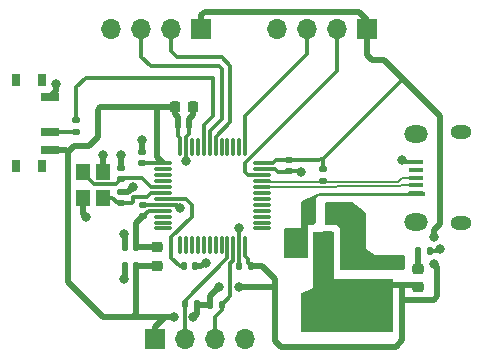
<source format=gbr>
%TF.GenerationSoftware,KiCad,Pcbnew,(6.0.0)*%
%TF.CreationDate,2024-12-16T18:31:44-06:00*%
%TF.ProjectId,UDEMY_STM32_Course,5544454d-595f-4535-944d-33325f436f75,rev?*%
%TF.SameCoordinates,Original*%
%TF.FileFunction,Copper,L1,Top*%
%TF.FilePolarity,Positive*%
%FSLAX46Y46*%
G04 Gerber Fmt 4.6, Leading zero omitted, Abs format (unit mm)*
G04 Created by KiCad (PCBNEW (6.0.0)) date 2024-12-16 18:31:44*
%MOMM*%
%LPD*%
G01*
G04 APERTURE LIST*
G04 Aperture macros list*
%AMRoundRect*
0 Rectangle with rounded corners*
0 $1 Rounding radius*
0 $2 $3 $4 $5 $6 $7 $8 $9 X,Y pos of 4 corners*
0 Add a 4 corners polygon primitive as box body*
4,1,4,$2,$3,$4,$5,$6,$7,$8,$9,$2,$3,0*
0 Add four circle primitives for the rounded corners*
1,1,$1+$1,$2,$3*
1,1,$1+$1,$4,$5*
1,1,$1+$1,$6,$7*
1,1,$1+$1,$8,$9*
0 Add four rect primitives between the rounded corners*
20,1,$1+$1,$2,$3,$4,$5,0*
20,1,$1+$1,$4,$5,$6,$7,0*
20,1,$1+$1,$6,$7,$8,$9,0*
20,1,$1+$1,$8,$9,$2,$3,0*%
G04 Aperture macros list end*
%TA.AperFunction,ComponentPad*%
%ADD10O,1.800000X1.150000*%
%TD*%
%TA.AperFunction,ComponentPad*%
%ADD11O,2.000000X1.450000*%
%TD*%
%TA.AperFunction,SMDPad,CuDef*%
%ADD12R,1.300000X0.450000*%
%TD*%
%TA.AperFunction,SMDPad,CuDef*%
%ADD13R,1.500000X0.700000*%
%TD*%
%TA.AperFunction,SMDPad,CuDef*%
%ADD14R,0.800000X1.000000*%
%TD*%
%TA.AperFunction,SMDPad,CuDef*%
%ADD15R,1.200000X1.400000*%
%TD*%
%TA.AperFunction,SMDPad,CuDef*%
%ADD16RoundRect,0.075000X-0.662500X-0.075000X0.662500X-0.075000X0.662500X0.075000X-0.662500X0.075000X0*%
%TD*%
%TA.AperFunction,SMDPad,CuDef*%
%ADD17RoundRect,0.075000X-0.075000X-0.662500X0.075000X-0.662500X0.075000X0.662500X-0.075000X0.662500X0*%
%TD*%
%TA.AperFunction,SMDPad,CuDef*%
%ADD18R,3.800000X2.000000*%
%TD*%
%TA.AperFunction,SMDPad,CuDef*%
%ADD19R,1.500000X2.000000*%
%TD*%
%TA.AperFunction,SMDPad,CuDef*%
%ADD20RoundRect,0.135000X-0.185000X0.135000X-0.185000X-0.135000X0.185000X-0.135000X0.185000X0.135000X0*%
%TD*%
%TA.AperFunction,SMDPad,CuDef*%
%ADD21RoundRect,0.135000X0.185000X-0.135000X0.185000X0.135000X-0.185000X0.135000X-0.185000X-0.135000X0*%
%TD*%
%TA.AperFunction,SMDPad,CuDef*%
%ADD22RoundRect,0.135000X-0.135000X-0.185000X0.135000X-0.185000X0.135000X0.185000X-0.135000X0.185000X0*%
%TD*%
%TA.AperFunction,SMDPad,CuDef*%
%ADD23RoundRect,0.135000X0.135000X0.185000X-0.135000X0.185000X-0.135000X-0.185000X0.135000X-0.185000X0*%
%TD*%
%TA.AperFunction,ComponentPad*%
%ADD24O,1.700000X1.700000*%
%TD*%
%TA.AperFunction,ComponentPad*%
%ADD25R,1.700000X1.700000*%
%TD*%
%TA.AperFunction,SMDPad,CuDef*%
%ADD26RoundRect,0.218750X-0.256250X0.218750X-0.256250X-0.218750X0.256250X-0.218750X0.256250X0.218750X0*%
%TD*%
%TA.AperFunction,SMDPad,CuDef*%
%ADD27RoundRect,0.140000X0.140000X0.170000X-0.140000X0.170000X-0.140000X-0.170000X0.140000X-0.170000X0*%
%TD*%
%TA.AperFunction,SMDPad,CuDef*%
%ADD28RoundRect,0.140000X0.170000X-0.140000X0.170000X0.140000X-0.170000X0.140000X-0.170000X-0.140000X0*%
%TD*%
%TA.AperFunction,SMDPad,CuDef*%
%ADD29RoundRect,0.140000X-0.140000X-0.170000X0.140000X-0.170000X0.140000X0.170000X-0.140000X0.170000X0*%
%TD*%
%TA.AperFunction,SMDPad,CuDef*%
%ADD30RoundRect,0.140000X-0.170000X0.140000X-0.170000X-0.140000X0.170000X-0.140000X0.170000X0.140000X0*%
%TD*%
%TA.AperFunction,SMDPad,CuDef*%
%ADD31RoundRect,0.225000X-0.225000X-0.250000X0.225000X-0.250000X0.225000X0.250000X-0.225000X0.250000X0*%
%TD*%
%TA.AperFunction,SMDPad,CuDef*%
%ADD32RoundRect,0.250000X0.475000X-0.250000X0.475000X0.250000X-0.475000X0.250000X-0.475000X-0.250000X0*%
%TD*%
%TA.AperFunction,SMDPad,CuDef*%
%ADD33RoundRect,0.250000X-0.250000X-0.475000X0.250000X-0.475000X0.250000X0.475000X-0.250000X0.475000X0*%
%TD*%
%TA.AperFunction,ViaPad*%
%ADD34C,0.800000*%
%TD*%
%TA.AperFunction,Conductor*%
%ADD35C,0.200000*%
%TD*%
%TA.AperFunction,Conductor*%
%ADD36C,0.300000*%
%TD*%
%TA.AperFunction,Conductor*%
%ADD37C,0.500000*%
%TD*%
G04 APERTURE END LIST*
D10*
%TO.P,J1,6,Shield*%
%TO.N,unconnected-(J1-Pad6)*%
X79545000Y-65080000D03*
X79545000Y-72830000D03*
D11*
X75745000Y-65230000D03*
X75745000Y-72680000D03*
D12*
%TO.P,J1,5,GND*%
%TO.N,GND*%
X75695000Y-67655000D03*
%TO.P,J1,4,ID*%
%TO.N,unconnected-(J1-Pad4)*%
X75695000Y-68305000D03*
%TO.P,J1,3,D+*%
%TO.N,/USB_D+*%
X75695000Y-68955000D03*
%TO.P,J1,2,D-*%
%TO.N,/USB_D-*%
X75695000Y-69605000D03*
%TO.P,J1,1,VBUS*%
%TO.N,VBUS*%
X75695000Y-70255000D03*
%TD*%
D13*
%TO.P,SW1,1,A*%
%TO.N,GND*%
X44730000Y-62100000D03*
%TO.P,SW1,2,B*%
%TO.N,/SW_BOOT0*%
X44730000Y-65100000D03*
%TO.P,SW1,3,C*%
%TO.N,+3V3*%
X44730000Y-66600000D03*
D14*
%TO.P,SW1,*%
%TO.N,*%
X41870000Y-60700000D03*
X41870000Y-68000000D03*
X44080000Y-68000000D03*
X44080000Y-60700000D03*
%TD*%
D15*
%TO.P,Y1,1,1*%
%TO.N,/HSE_IN*%
X47500000Y-68450000D03*
%TO.P,Y1,2,2*%
%TO.N,GND*%
X47500000Y-70650000D03*
%TO.P,Y1,3,3*%
%TO.N,/HSE_OUT*%
X49200000Y-70650000D03*
%TO.P,Y1,4,4*%
%TO.N,GND*%
X49200000Y-68450000D03*
%TD*%
D16*
%TO.P,U2,1,VBAT*%
%TO.N,+3V3*%
X54337500Y-67750000D03*
%TO.P,U2,2,PC13*%
%TO.N,unconnected-(U2-Pad2)*%
X54337500Y-68250000D03*
%TO.P,U2,3,PC14*%
%TO.N,unconnected-(U2-Pad3)*%
X54337500Y-68750000D03*
%TO.P,U2,4,PC15*%
%TO.N,unconnected-(U2-Pad4)*%
X54337500Y-69250000D03*
%TO.P,U2,5,PD0*%
%TO.N,/HSE_IN*%
X54337500Y-69750000D03*
%TO.P,U2,6,PD1*%
%TO.N,/HSE_OUT*%
X54337500Y-70250000D03*
%TO.P,U2,7,NRST*%
%TO.N,/NRST*%
X54337500Y-70750000D03*
%TO.P,U2,8,VSSA*%
%TO.N,GND*%
X54337500Y-71250000D03*
%TO.P,U2,9,VDDA*%
%TO.N,+3.3VA*%
X54337500Y-71750000D03*
%TO.P,U2,10,PA0*%
%TO.N,unconnected-(U2-Pad10)*%
X54337500Y-72250000D03*
%TO.P,U2,11,PA1*%
%TO.N,unconnected-(U2-Pad11)*%
X54337500Y-72750000D03*
%TO.P,U2,12,PA2*%
%TO.N,unconnected-(U2-Pad12)*%
X54337500Y-73250000D03*
D17*
%TO.P,U2,13,PA3*%
%TO.N,unconnected-(U2-Pad13)*%
X55750000Y-74662500D03*
%TO.P,U2,14,PA4*%
%TO.N,unconnected-(U2-Pad14)*%
X56250000Y-74662500D03*
%TO.P,U2,15,PA5*%
%TO.N,unconnected-(U2-Pad15)*%
X56750000Y-74662500D03*
%TO.P,U2,16,PA6*%
%TO.N,unconnected-(U2-Pad16)*%
X57250000Y-74662500D03*
%TO.P,U2,17,PA7*%
%TO.N,unconnected-(U2-Pad17)*%
X57750000Y-74662500D03*
%TO.P,U2,18,PB0*%
%TO.N,unconnected-(U2-Pad18)*%
X58250000Y-74662500D03*
%TO.P,U2,19,PB1*%
%TO.N,unconnected-(U2-Pad19)*%
X58750000Y-74662500D03*
%TO.P,U2,20,PB2*%
%TO.N,unconnected-(U2-Pad20)*%
X59250000Y-74662500D03*
%TO.P,U2,21,PB10*%
%TO.N,/I2C2_SCL*%
X59750000Y-74662500D03*
%TO.P,U2,22,PB11*%
%TO.N,/I2C2_SDA*%
X60250000Y-74662500D03*
%TO.P,U2,23,VSS*%
%TO.N,GND*%
X60750000Y-74662500D03*
%TO.P,U2,24,VDD*%
%TO.N,+3V3*%
X61250000Y-74662500D03*
D16*
%TO.P,U2,25,PB12*%
%TO.N,unconnected-(U2-Pad25)*%
X62662500Y-73250000D03*
%TO.P,U2,26,PB13*%
%TO.N,unconnected-(U2-Pad26)*%
X62662500Y-72750000D03*
%TO.P,U2,27,PB14*%
%TO.N,unconnected-(U2-Pad27)*%
X62662500Y-72250000D03*
%TO.P,U2,28,PB15*%
%TO.N,unconnected-(U2-Pad28)*%
X62662500Y-71750000D03*
%TO.P,U2,29,PA8*%
%TO.N,unconnected-(U2-Pad29)*%
X62662500Y-71250000D03*
%TO.P,U2,30,PA9*%
%TO.N,unconnected-(U2-Pad30)*%
X62662500Y-70750000D03*
%TO.P,U2,31,PA10*%
%TO.N,unconnected-(U2-Pad31)*%
X62662500Y-70250000D03*
%TO.P,U2,32,PA11*%
%TO.N,/USB_D-*%
X62662500Y-69750000D03*
%TO.P,U2,33,PA12*%
%TO.N,/USB_D+*%
X62662500Y-69250000D03*
%TO.P,U2,34,PA13*%
%TO.N,/SWDIO*%
X62662500Y-68750000D03*
%TO.P,U2,35,VSS*%
%TO.N,GND*%
X62662500Y-68250000D03*
%TO.P,U2,36,VDD*%
%TO.N,+3V3*%
X62662500Y-67750000D03*
D17*
%TO.P,U2,37,PA14*%
%TO.N,/SWCLK*%
X61250000Y-66337500D03*
%TO.P,U2,38,PA15*%
%TO.N,unconnected-(U2-Pad38)*%
X60750000Y-66337500D03*
%TO.P,U2,39,PB3*%
%TO.N,unconnected-(U2-Pad39)*%
X60250000Y-66337500D03*
%TO.P,U2,40,PB4*%
%TO.N,unconnected-(U2-Pad40)*%
X59750000Y-66337500D03*
%TO.P,U2,41,PB5*%
%TO.N,unconnected-(U2-Pad41)*%
X59250000Y-66337500D03*
%TO.P,U2,42,PB6*%
%TO.N,/USART1_TX*%
X58750000Y-66337500D03*
%TO.P,U2,43,PB7*%
%TO.N,/USART1_RX*%
X58250000Y-66337500D03*
%TO.P,U2,44,BOOT0*%
%TO.N,/BOOT0*%
X57750000Y-66337500D03*
%TO.P,U2,45,PB8*%
%TO.N,unconnected-(U2-Pad45)*%
X57250000Y-66337500D03*
%TO.P,U2,46,PB9*%
%TO.N,unconnected-(U2-Pad46)*%
X56750000Y-66337500D03*
%TO.P,U2,47,VSS*%
%TO.N,GND*%
X56250000Y-66337500D03*
%TO.P,U2,48,VDD*%
%TO.N,+3V3*%
X55750000Y-66337500D03*
%TD*%
D18*
%TO.P,U1,2,VO*%
%TO.N,+3V3*%
X67950000Y-80850000D03*
D19*
X67950000Y-74550000D03*
%TO.P,U1,3,VI*%
%TO.N,VBUS*%
X65650000Y-74550000D03*
%TO.P,U1,1,GND*%
%TO.N,GND*%
X70250000Y-74550000D03*
%TD*%
D20*
%TO.P,R3,1*%
%TO.N,+3V3*%
X67850000Y-68190000D03*
%TO.P,R3,2*%
%TO.N,/USB_D+*%
X67850000Y-69210000D03*
%TD*%
D21*
%TO.P,R2,1*%
%TO.N,/SW_BOOT0*%
X46950000Y-65110000D03*
%TO.P,R2,2*%
%TO.N,/BOOT0*%
X46950000Y-64090000D03*
%TD*%
D22*
%TO.P,R5,2*%
%TO.N,/I2C2_SDA*%
X59310000Y-79700000D03*
%TO.P,R5,1*%
%TO.N,+3V3*%
X58290000Y-79700000D03*
%TD*%
D23*
%TO.P,R4,1*%
%TO.N,+3V3*%
X57140000Y-79650000D03*
%TO.P,R4,2*%
%TO.N,/I2C2_SCL*%
X56120000Y-79650000D03*
%TD*%
D22*
%TO.P,R1,1*%
%TO.N,/PWR_LED_K*%
X75890000Y-75187500D03*
%TO.P,R1,2*%
%TO.N,GND*%
X76910000Y-75187500D03*
%TD*%
D24*
%TO.P,J3,4,Pin_4*%
%TO.N,GND*%
X63980000Y-56350000D03*
%TO.P,J3,3,Pin_3*%
%TO.N,/SWCLK*%
X66520000Y-56350000D03*
%TO.P,J3,2,Pin_2*%
%TO.N,/SWDIO*%
X69060000Y-56350000D03*
D25*
%TO.P,J3,1,Pin_1*%
%TO.N,+3V3*%
X71600000Y-56350000D03*
%TD*%
%TO.P,J4,1,Pin_1*%
%TO.N,+3V3*%
X53650000Y-82600000D03*
D24*
%TO.P,J4,2,Pin_2*%
%TO.N,/I2C2_SCL*%
X56190000Y-82600000D03*
%TO.P,J4,3,Pin_3*%
%TO.N,/I2C2_SDA*%
X58730000Y-82600000D03*
%TO.P,J4,4,Pin_4*%
%TO.N,GND*%
X61270000Y-82600000D03*
%TD*%
%TO.P,J2,4,Pin_4*%
%TO.N,GND*%
X49930000Y-56350000D03*
%TO.P,J2,3,Pin_3*%
%TO.N,/USART1_RX*%
X52470000Y-56350000D03*
%TO.P,J2,2,Pin_2*%
%TO.N,/USART1_TX*%
X55010000Y-56350000D03*
D25*
%TO.P,J2,1,Pin_1*%
%TO.N,+3V3*%
X57550000Y-56350000D03*
%TD*%
D26*
%TO.P,FB1,1*%
%TO.N,+3.3VA*%
X53750000Y-74862500D03*
%TO.P,FB1,2*%
%TO.N,+3V3*%
X53750000Y-76437500D03*
%TD*%
%TO.P,D1,1,K*%
%TO.N,/PWR_LED_K*%
X75900000Y-76650000D03*
%TO.P,D1,2,A*%
%TO.N,+3V3*%
X75900000Y-78225000D03*
%TD*%
D27*
%TO.P,C3,1*%
%TO.N,+3V3*%
X52050000Y-76400000D03*
%TO.P,C3,2*%
%TO.N,GND*%
X51090000Y-76400000D03*
%TD*%
%TO.P,C10,1*%
%TO.N,+3.3VA*%
X52050000Y-74800000D03*
%TO.P,C10,2*%
%TO.N,GND*%
X51090000Y-74800000D03*
%TD*%
D28*
%TO.P,C9,1*%
%TO.N,+3.3VA*%
X52600000Y-72230000D03*
%TO.P,C9,2*%
%TO.N,GND*%
X52600000Y-71270000D03*
%TD*%
D29*
%TO.P,C8,1*%
%TO.N,+3V3*%
X55540000Y-64500000D03*
%TO.P,C8,2*%
%TO.N,GND*%
X56500000Y-64500000D03*
%TD*%
D27*
%TO.P,C7,1*%
%TO.N,+3V3*%
X61730000Y-76450000D03*
%TO.P,C7,2*%
%TO.N,GND*%
X60770000Y-76450000D03*
%TD*%
D30*
%TO.P,C6,1*%
%TO.N,+3V3*%
X64950000Y-67470000D03*
%TO.P,C6,2*%
%TO.N,GND*%
X64950000Y-68430000D03*
%TD*%
D28*
%TO.P,C13,1*%
%TO.N,/HSE_OUT*%
X50750000Y-71110000D03*
%TO.P,C13,2*%
%TO.N,GND*%
X50750000Y-70150000D03*
%TD*%
%TO.P,C5,1*%
%TO.N,+3V3*%
X52500000Y-67730000D03*
%TO.P,C5,2*%
%TO.N,GND*%
X52500000Y-66770000D03*
%TD*%
D29*
%TO.P,C11,1*%
%TO.N,/NRST*%
X56040000Y-76450000D03*
%TO.P,C11,2*%
%TO.N,GND*%
X57000000Y-76450000D03*
%TD*%
D31*
%TO.P,C4,1*%
%TO.N,+3V3*%
X55275000Y-63000000D03*
%TO.P,C4,2*%
%TO.N,GND*%
X56825000Y-63000000D03*
%TD*%
D28*
%TO.P,C12,1*%
%TO.N,/HSE_IN*%
X50750000Y-69060000D03*
%TO.P,C12,2*%
%TO.N,GND*%
X50750000Y-68100000D03*
%TD*%
D32*
%TO.P,C2,1*%
%TO.N,+3V3*%
X72950000Y-78050000D03*
%TO.P,C2,2*%
%TO.N,GND*%
X72950000Y-76150000D03*
%TD*%
D33*
%TO.P,C1,2*%
%TO.N,GND*%
X68600000Y-72100000D03*
%TO.P,C1,1*%
%TO.N,VBUS*%
X66700000Y-72100000D03*
%TD*%
D34*
%TO.N,GND*%
X49250000Y-67000000D03*
X47750000Y-72250000D03*
%TO.N,+3V3*%
X77250000Y-74000000D03*
X77250000Y-76250000D03*
X55250000Y-80750000D03*
X56869500Y-80750000D03*
X60750000Y-78250000D03*
X59000000Y-78250000D03*
%TO.N,GND*%
X74250000Y-76250000D03*
X70750000Y-76000000D03*
X69750000Y-76000000D03*
X70000000Y-72750000D03*
X70000000Y-71500000D03*
X77750000Y-75000000D03*
X74500000Y-67500000D03*
X66000000Y-68500000D03*
X56247615Y-67525688D03*
X45250000Y-61000000D03*
X51750000Y-69750000D03*
X50750000Y-67000000D03*
X55750000Y-71500000D03*
X60750000Y-73250000D03*
X57970023Y-76220023D03*
X51000000Y-77500000D03*
X51000000Y-73750000D03*
X52500000Y-65750000D03*
%TD*%
D35*
%TO.N,/USB_D-*%
X62692020Y-69779520D02*
X62662500Y-69750000D01*
X68920480Y-69779520D02*
X62692020Y-69779520D01*
X74365487Y-69699519D02*
X69000481Y-69699519D01*
X74460006Y-69605000D02*
X74365487Y-69699519D01*
X69000481Y-69699519D02*
X68920480Y-69779520D01*
X75695000Y-69605000D02*
X74460006Y-69605000D01*
%TO.N,/USB_D+*%
X74545000Y-68955000D02*
X75695000Y-68955000D01*
X74200001Y-69299999D02*
X74545000Y-68955000D01*
X62712499Y-69299999D02*
X74200001Y-69299999D01*
X62662500Y-69250000D02*
X62712499Y-69299999D01*
D36*
%TO.N,+3.3VA*%
X52642285Y-72230000D02*
X52600000Y-72230000D01*
X53122285Y-71750000D02*
X52642285Y-72230000D01*
X54337500Y-71750000D02*
X53122285Y-71750000D01*
D37*
%TO.N,+3V3*%
X57850000Y-54900000D02*
X70900000Y-54900000D01*
X71600000Y-55600000D02*
X71600000Y-56350000D01*
X57550000Y-55200000D02*
X57850000Y-54900000D01*
X70900000Y-54900000D02*
X71600000Y-55600000D01*
X57550000Y-56350000D02*
X57550000Y-55200000D01*
%TO.N,GND*%
X49200000Y-67050000D02*
X49250000Y-67000000D01*
X49200000Y-68450000D02*
X49200000Y-67050000D01*
X47500000Y-72000000D02*
X47750000Y-72250000D01*
X47500000Y-70650000D02*
X47500000Y-72000000D01*
D36*
%TO.N,+3V3*%
X67650000Y-67350000D02*
X67850000Y-67350000D01*
X67530000Y-67470000D02*
X67650000Y-67350000D01*
X74575000Y-60625000D02*
X74625000Y-60625000D01*
X67850000Y-67350000D02*
X74575000Y-60625000D01*
D37*
X74625000Y-60625000D02*
X73000000Y-59000000D01*
X77750000Y-63750000D02*
X74625000Y-60625000D01*
D36*
X67850000Y-67350000D02*
X67850000Y-68110000D01*
X64950000Y-67470000D02*
X67530000Y-67470000D01*
D37*
X71600000Y-58600000D02*
X71600000Y-56350000D01*
X72000000Y-59000000D02*
X71600000Y-58600000D01*
X73000000Y-59000000D02*
X72000000Y-59000000D01*
X77250000Y-73351110D02*
X77750000Y-72851110D01*
X77250000Y-74000000D02*
X77250000Y-73351110D01*
X77500000Y-76500000D02*
X77250000Y-76250000D01*
X77500000Y-79000000D02*
X77500000Y-76500000D01*
X74550000Y-79300000D02*
X74550000Y-82700000D01*
X77750000Y-72851110D02*
X77750000Y-63750000D01*
X77200000Y-79300000D02*
X77500000Y-79000000D01*
X74550000Y-78050000D02*
X74550000Y-79300000D01*
X74550000Y-79300000D02*
X77200000Y-79300000D01*
X54237980Y-67650480D02*
X54337500Y-67650480D01*
X53750000Y-67162500D02*
X54237980Y-67650480D01*
X53750000Y-63000000D02*
X53750000Y-67162500D01*
X53750000Y-63000000D02*
X55275000Y-63000000D01*
X49000000Y-63000000D02*
X53750000Y-63000000D01*
X48750000Y-65500000D02*
X48750000Y-63250000D01*
X48000000Y-66250000D02*
X48750000Y-65500000D01*
X46750000Y-66250000D02*
X48000000Y-66250000D01*
X46250000Y-66750000D02*
X46750000Y-66250000D01*
X48750000Y-63250000D02*
X49000000Y-63000000D01*
%TO.N,+3.3VA*%
X52050000Y-72780000D02*
X52600000Y-72230000D01*
X52050000Y-74800000D02*
X52050000Y-72780000D01*
X52112500Y-74862500D02*
X52050000Y-74800000D01*
X53750000Y-74862500D02*
X52112500Y-74862500D01*
%TO.N,+3V3*%
X53712500Y-76400000D02*
X53750000Y-76437500D01*
X52050000Y-76400000D02*
X53712500Y-76400000D01*
X52050000Y-76400000D02*
X52050000Y-80450000D01*
X52050000Y-80450000D02*
X51750000Y-80750000D01*
X49250000Y-80750000D02*
X51750000Y-80750000D01*
X51750000Y-80750000D02*
X54500000Y-80750000D01*
X46250000Y-77750000D02*
X49250000Y-80750000D01*
X46250000Y-66750000D02*
X46250000Y-77750000D01*
X46100000Y-66600000D02*
X46250000Y-66750000D01*
X44730000Y-66600000D02*
X46100000Y-66600000D01*
X53650000Y-81600000D02*
X53650000Y-82600000D01*
X54500000Y-80750000D02*
X53650000Y-81600000D01*
X55250000Y-80750000D02*
X54500000Y-80750000D01*
X57140000Y-80479500D02*
X56869500Y-80750000D01*
X57140000Y-79650000D02*
X57140000Y-80479500D01*
X57190000Y-79700000D02*
X57140000Y-79650000D01*
X58290000Y-79700000D02*
X57190000Y-79700000D01*
X58290000Y-78960000D02*
X58290000Y-79700000D01*
X59000000Y-78250000D02*
X58290000Y-78960000D01*
X63750000Y-78250000D02*
X63750000Y-77500000D01*
X63750000Y-82750000D02*
X63750000Y-78250000D01*
X63750000Y-78250000D02*
X60750000Y-78250000D01*
X62700000Y-76450000D02*
X61730000Y-76450000D01*
X63750000Y-77500000D02*
X62700000Y-76450000D01*
X64250000Y-83250000D02*
X63750000Y-82750000D01*
X74000000Y-83250000D02*
X64250000Y-83250000D01*
X74550000Y-82700000D02*
X74000000Y-83250000D01*
X74550000Y-78050000D02*
X75725000Y-78050000D01*
X72950000Y-78050000D02*
X74550000Y-78050000D01*
X75725000Y-78050000D02*
X75900000Y-78225000D01*
%TO.N,/PWR_LED_K*%
X75900000Y-75197500D02*
X75890000Y-75187500D01*
X75900000Y-76650000D02*
X75900000Y-75197500D01*
D36*
%TO.N,GND*%
X77562500Y-75187500D02*
X77750000Y-75000000D01*
X76910000Y-75187500D02*
X77562500Y-75187500D01*
X74655000Y-67655000D02*
X74500000Y-67500000D01*
X75695000Y-67655000D02*
X74655000Y-67655000D01*
X66000000Y-68500000D02*
X65930000Y-68430000D01*
X65930000Y-68430000D02*
X64950000Y-68430000D01*
X56250000Y-67523303D02*
X56247615Y-67525688D01*
X56250000Y-66337500D02*
X56250000Y-67523303D01*
D37*
X45250000Y-61580000D02*
X45250000Y-61000000D01*
X44730000Y-62100000D02*
X45250000Y-61580000D01*
X51350000Y-70150000D02*
X50750000Y-70150000D01*
X51750000Y-69750000D02*
X51350000Y-70150000D01*
D36*
%TO.N,/HSE_OUT*%
X52900000Y-70600000D02*
X53250000Y-70250000D01*
X53250000Y-70250000D02*
X54337500Y-70250000D01*
X51750000Y-70600000D02*
X52900000Y-70600000D01*
%TO.N,GND*%
X52620000Y-71250000D02*
X52600000Y-71270000D01*
X54337500Y-71250000D02*
X52620000Y-71250000D01*
%TO.N,/HSE_IN*%
X50810000Y-69000000D02*
X50750000Y-69060000D01*
X52500000Y-69000000D02*
X50810000Y-69000000D01*
X53250000Y-69750000D02*
X52500000Y-69000000D01*
X54337500Y-69750000D02*
X53250000Y-69750000D01*
D37*
%TO.N,GND*%
X50750000Y-68100000D02*
X50750000Y-67000000D01*
D36*
%TO.N,/NRST*%
X55000000Y-74000000D02*
X55000000Y-75750000D01*
X56750000Y-72250000D02*
X55000000Y-74000000D01*
X56750000Y-71250000D02*
X56750000Y-72250000D01*
X55000000Y-75750000D02*
X55700000Y-76450000D01*
X56250000Y-70750000D02*
X56750000Y-71250000D01*
X54337500Y-70750000D02*
X56250000Y-70750000D01*
X55700000Y-76450000D02*
X56040000Y-76450000D01*
%TO.N,GND*%
X55500000Y-71250000D02*
X55750000Y-71500000D01*
X54337500Y-71250000D02*
X55500000Y-71250000D01*
X60750000Y-74662500D02*
X60750000Y-73250000D01*
%TO.N,/I2C2_SCL*%
X56120000Y-79380000D02*
X56120000Y-79650000D01*
X59750000Y-75750000D02*
X56120000Y-79380000D01*
X59750000Y-74662500D02*
X59750000Y-75750000D01*
D37*
%TO.N,GND*%
X57940046Y-76250000D02*
X57970023Y-76220023D01*
X57750000Y-76250000D02*
X57940046Y-76250000D01*
X57550000Y-76450000D02*
X57750000Y-76250000D01*
X57000000Y-76450000D02*
X57550000Y-76450000D01*
X51090000Y-77410000D02*
X51090000Y-76400000D01*
X51000000Y-77500000D02*
X51090000Y-77410000D01*
X51000000Y-74000000D02*
X51000000Y-73750000D01*
X51090000Y-74800000D02*
X51090000Y-74090000D01*
X51090000Y-74090000D02*
X51000000Y-74000000D01*
X52500000Y-66770000D02*
X52500000Y-65750000D01*
D36*
%TO.N,/I2C2_SDA*%
X58730000Y-80770000D02*
X58730000Y-82600000D01*
X59310000Y-80190000D02*
X58730000Y-80770000D01*
X59310000Y-79700000D02*
X59310000Y-80190000D01*
%TO.N,/I2C2_SCL*%
X56120000Y-82530000D02*
X56190000Y-82600000D01*
X56120000Y-79650000D02*
X56120000Y-82530000D01*
%TO.N,/I2C2_SDA*%
X60000000Y-76217715D02*
X60000000Y-79010000D01*
X60000000Y-79010000D02*
X59310000Y-79700000D01*
X60250000Y-74662500D02*
X60250000Y-75967715D01*
X60250000Y-75967715D02*
X60000000Y-76217715D01*
%TO.N,+3V3*%
X61500000Y-76220000D02*
X61730000Y-76450000D01*
X61250000Y-75550000D02*
X61500000Y-75800000D01*
X61250000Y-74662500D02*
X61250000Y-75550000D01*
X61500000Y-75800000D02*
X61500000Y-76220000D01*
%TO.N,GND*%
X60750000Y-76430000D02*
X60770000Y-76450000D01*
X60750000Y-74662500D02*
X60750000Y-76430000D01*
%TO.N,/SW_BOOT0*%
X44740000Y-65110000D02*
X44730000Y-65100000D01*
X46950000Y-65110000D02*
X44740000Y-65110000D01*
%TO.N,/BOOT0*%
X46950000Y-61300000D02*
X46950000Y-64090000D01*
X47750000Y-60500000D02*
X46950000Y-61300000D01*
X58500000Y-60500000D02*
X47750000Y-60500000D01*
X57750000Y-64500000D02*
X58500000Y-63750000D01*
X57750000Y-66337500D02*
X57750000Y-64500000D01*
X58500000Y-63750000D02*
X58500000Y-60500000D01*
%TO.N,/USART1_RX*%
X53250000Y-59500000D02*
X52470000Y-58720000D01*
X59000000Y-59500000D02*
X53250000Y-59500000D01*
X59250000Y-64000000D02*
X59250000Y-59750000D01*
X59250000Y-59750000D02*
X59000000Y-59500000D01*
X58250000Y-65000000D02*
X59250000Y-64000000D01*
X58250000Y-66337500D02*
X58250000Y-65000000D01*
X52470000Y-58720000D02*
X52470000Y-56350000D01*
%TO.N,/USART1_TX*%
X55010000Y-58260000D02*
X55010000Y-56350000D01*
X59250000Y-58750000D02*
X55500000Y-58750000D01*
X55500000Y-58750000D02*
X55010000Y-58260000D01*
X60000000Y-59500000D02*
X59250000Y-58750000D01*
X60000000Y-64249639D02*
X60000000Y-59500000D01*
X58750000Y-65499639D02*
X60000000Y-64249639D01*
X58750000Y-66337500D02*
X58750000Y-65499639D01*
%TO.N,/SWDIO*%
X61250000Y-67750000D02*
X69060000Y-59940000D01*
X69060000Y-59940000D02*
X69060000Y-56350000D01*
X61500000Y-68750000D02*
X61250000Y-68500000D01*
X61250000Y-68500000D02*
X61250000Y-67750000D01*
X62662500Y-68750000D02*
X61500000Y-68750000D01*
%TO.N,/SWCLK*%
X66520000Y-58480000D02*
X66520000Y-56350000D01*
X61250000Y-63750000D02*
X66520000Y-58480000D01*
X61250000Y-66337500D02*
X61250000Y-63750000D01*
%TO.N,/HSE_IN*%
X47500000Y-68550000D02*
X47500000Y-68450000D01*
X48450000Y-69500000D02*
X47500000Y-68550000D01*
X50310000Y-69500000D02*
X48450000Y-69500000D01*
X50750000Y-69060000D02*
X50310000Y-69500000D01*
%TO.N,/HSE_OUT*%
X51750000Y-70600000D02*
X51750000Y-71050000D01*
X51750000Y-71050000D02*
X51690000Y-71110000D01*
X51690000Y-71110000D02*
X50750000Y-71110000D01*
X50000000Y-70650000D02*
X49200000Y-70650000D01*
X50460000Y-71110000D02*
X50000000Y-70650000D01*
X50750000Y-71110000D02*
X50460000Y-71110000D01*
%TO.N,GND*%
X64930000Y-68450000D02*
X64950000Y-68430000D01*
X64000000Y-68450000D02*
X64930000Y-68450000D01*
X63800000Y-68250000D02*
X64000000Y-68450000D01*
X62662500Y-68250000D02*
X63800000Y-68250000D01*
%TO.N,+3V3*%
X63880000Y-67470000D02*
X64950000Y-67470000D01*
X63600000Y-67750000D02*
X63880000Y-67470000D01*
X62662500Y-67750000D02*
X63600000Y-67750000D01*
X54337500Y-67750000D02*
X52520000Y-67750000D01*
X52520000Y-67750000D02*
X52500000Y-67730000D01*
D37*
%TO.N,GND*%
X56500000Y-64000000D02*
X56500000Y-64500000D01*
X56825000Y-63675000D02*
X56500000Y-64000000D01*
X56825000Y-63000000D02*
X56825000Y-63675000D01*
%TO.N,+3V3*%
X55275000Y-63575000D02*
X55540000Y-63840000D01*
X55540000Y-63840000D02*
X55540000Y-64500000D01*
X55275000Y-63000000D02*
X55275000Y-63575000D01*
D36*
%TO.N,GND*%
X56500000Y-65250000D02*
X56500000Y-64500000D01*
X56499639Y-65250000D02*
X56500000Y-65250000D01*
X56250000Y-65499639D02*
X56499639Y-65250000D01*
X56250000Y-66337500D02*
X56250000Y-65499639D01*
%TO.N,+3V3*%
X55540000Y-65390000D02*
X55540000Y-64500000D01*
X55750000Y-65600000D02*
X55540000Y-65390000D01*
X55750000Y-66337500D02*
X55750000Y-65600000D01*
%TD*%
%TA.AperFunction,Conductor*%
%TO.N,GND*%
G36*
X70281239Y-71020826D02*
G01*
X70989785Y-71493190D01*
X71008683Y-71508683D01*
X71463681Y-71963681D01*
X71497166Y-72025004D01*
X71500000Y-72051362D01*
X71500000Y-75000000D01*
X72250000Y-75500000D01*
X74626000Y-75500000D01*
X74693039Y-75519685D01*
X74738794Y-75572489D01*
X74750000Y-75624000D01*
X74750000Y-76626000D01*
X74730315Y-76693039D01*
X74677511Y-76738794D01*
X74626000Y-76750000D01*
X69374000Y-76750000D01*
X69306961Y-76730315D01*
X69261206Y-76677511D01*
X69250000Y-76626000D01*
X69250000Y-73250000D01*
X69000000Y-73000000D01*
X68124000Y-73000000D01*
X68056961Y-72980315D01*
X68011206Y-72927511D01*
X68000000Y-72876000D01*
X68000000Y-71124000D01*
X68019685Y-71056961D01*
X68072489Y-71011206D01*
X68124000Y-71000000D01*
X70212456Y-71000000D01*
X70281239Y-71020826D01*
G37*
%TD.AperFunction*%
%TD*%
%TA.AperFunction,Conductor*%
%TO.N,VBUS*%
G36*
X76443039Y-70150185D02*
G01*
X76488794Y-70202989D01*
X76500000Y-70254500D01*
X76500000Y-70376000D01*
X76480315Y-70443039D01*
X76427511Y-70488794D01*
X76376000Y-70500000D01*
X67525272Y-70500000D01*
X67488762Y-70489279D01*
X67459685Y-70540315D01*
X67250000Y-70750000D01*
X67250000Y-72698638D01*
X67230315Y-72765677D01*
X67213681Y-72786319D01*
X67036319Y-72963681D01*
X66974996Y-72997166D01*
X66948638Y-73000000D01*
X66550000Y-73000000D01*
X66550000Y-75626000D01*
X66530315Y-75693039D01*
X66477511Y-75738794D01*
X66426000Y-75750000D01*
X64624000Y-75750000D01*
X64556961Y-75730315D01*
X64511206Y-75677511D01*
X64500000Y-75626000D01*
X64500000Y-73374000D01*
X64519685Y-73306961D01*
X64572489Y-73261206D01*
X64624000Y-73250000D01*
X66000000Y-73250000D01*
X66000000Y-71076636D01*
X66019685Y-71009597D01*
X66068546Y-70965727D01*
X67316550Y-70341725D01*
X67385315Y-70329350D01*
X67410928Y-70339973D01*
X67431559Y-70294797D01*
X67469818Y-70265091D01*
X67473818Y-70263091D01*
X67529272Y-70250000D01*
X75000000Y-70250000D01*
X75000000Y-70236668D01*
X75001855Y-70228141D01*
X75035340Y-70166818D01*
X75096664Y-70133334D01*
X75123021Y-70130500D01*
X76376000Y-70130500D01*
X76443039Y-70150185D01*
G37*
%TD.AperFunction*%
%TD*%
%TA.AperFunction,Conductor*%
%TO.N,+3V3*%
G36*
X68690655Y-73521037D02*
G01*
X68737596Y-73572789D01*
X68750000Y-73626847D01*
X68750000Y-77500000D01*
X73626000Y-77500000D01*
X73693039Y-77519685D01*
X73738794Y-77572489D01*
X73750000Y-77624000D01*
X73750000Y-81876000D01*
X73730315Y-81943039D01*
X73677511Y-81988794D01*
X73626000Y-82000000D01*
X66124000Y-82000000D01*
X66056961Y-81980315D01*
X66011206Y-81927511D01*
X66000000Y-81876000D01*
X66000000Y-78826636D01*
X66019685Y-78759597D01*
X66068546Y-78715727D01*
X66984053Y-78257974D01*
X66984054Y-78257973D01*
X67000000Y-78250000D01*
X67000000Y-73660944D01*
X67019685Y-73593905D01*
X67072489Y-73548150D01*
X67121186Y-73536976D01*
X68623186Y-73502879D01*
X68690655Y-73521037D01*
G37*
%TD.AperFunction*%
%TD*%
M02*

</source>
